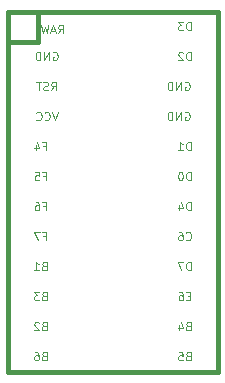
<source format=gbr>
G04 #@! TF.GenerationSoftware,KiCad,Pcbnew,(5.0.0)*
G04 #@! TF.CreationDate,2020-03-09T09:29:50-06:00*
G04 #@! TF.ProjectId,BatteryPack,426174746572795061636B2E6B696361,rev?*
G04 #@! TF.SameCoordinates,Original*
G04 #@! TF.FileFunction,Legend,Bot*
G04 #@! TF.FilePolarity,Positive*
%FSLAX46Y46*%
G04 Gerber Fmt 4.6, Leading zero omitted, Abs format (unit mm)*
G04 Created by KiCad (PCBNEW (5.0.0)) date 03/09/20 09:29:50*
%MOMM*%
%LPD*%
G01*
G04 APERTURE LIST*
%ADD10C,0.381000*%
%ADD11C,0.100000*%
G04 APERTURE END LIST*
D10*
G04 #@! TO.C,U1*
X121920000Y-65330000D02*
X119380000Y-65330000D01*
X121920000Y-62790000D02*
X121920000Y-65330000D01*
X137160000Y-93270000D02*
X137160000Y-62790000D01*
X119380000Y-93270000D02*
X137160000Y-93270000D01*
X119380000Y-62790000D02*
X119380000Y-93270000D01*
X137160000Y-62790000D02*
X119380000Y-62790000D01*
D11*
X123673333Y-64630666D02*
X123906666Y-64297333D01*
X124073333Y-64630666D02*
X124073333Y-63930666D01*
X123806666Y-63930666D01*
X123740000Y-63964000D01*
X123706666Y-63997333D01*
X123673333Y-64064000D01*
X123673333Y-64164000D01*
X123706666Y-64230666D01*
X123740000Y-64264000D01*
X123806666Y-64297333D01*
X124073333Y-64297333D01*
X123406666Y-64430666D02*
X123073333Y-64430666D01*
X123473333Y-64630666D02*
X123240000Y-63930666D01*
X123006666Y-64630666D01*
X122840000Y-63930666D02*
X122673333Y-64630666D01*
X122540000Y-64130666D01*
X122406666Y-64630666D01*
X122240000Y-63930666D01*
X123215333Y-66250000D02*
X123282000Y-66216666D01*
X123382000Y-66216666D01*
X123482000Y-66250000D01*
X123548666Y-66316666D01*
X123582000Y-66383333D01*
X123615333Y-66516666D01*
X123615333Y-66616666D01*
X123582000Y-66750000D01*
X123548666Y-66816666D01*
X123482000Y-66883333D01*
X123382000Y-66916666D01*
X123315333Y-66916666D01*
X123215333Y-66883333D01*
X123182000Y-66850000D01*
X123182000Y-66616666D01*
X123315333Y-66616666D01*
X122882000Y-66916666D02*
X122882000Y-66216666D01*
X122482000Y-66916666D01*
X122482000Y-66216666D01*
X122148666Y-66916666D02*
X122148666Y-66216666D01*
X121982000Y-66216666D01*
X121882000Y-66250000D01*
X121815333Y-66316666D01*
X121782000Y-66383333D01*
X121748666Y-66516666D01*
X121748666Y-66616666D01*
X121782000Y-66750000D01*
X121815333Y-66816666D01*
X121882000Y-66883333D01*
X121982000Y-66916666D01*
X122148666Y-66916666D01*
X123065333Y-69456666D02*
X123298666Y-69123333D01*
X123465333Y-69456666D02*
X123465333Y-68756666D01*
X123198666Y-68756666D01*
X123132000Y-68790000D01*
X123098666Y-68823333D01*
X123065333Y-68890000D01*
X123065333Y-68990000D01*
X123098666Y-69056666D01*
X123132000Y-69090000D01*
X123198666Y-69123333D01*
X123465333Y-69123333D01*
X122798666Y-69423333D02*
X122698666Y-69456666D01*
X122532000Y-69456666D01*
X122465333Y-69423333D01*
X122432000Y-69390000D01*
X122398666Y-69323333D01*
X122398666Y-69256666D01*
X122432000Y-69190000D01*
X122465333Y-69156666D01*
X122532000Y-69123333D01*
X122665333Y-69090000D01*
X122732000Y-69056666D01*
X122765333Y-69023333D01*
X122798666Y-68956666D01*
X122798666Y-68890000D01*
X122765333Y-68823333D01*
X122732000Y-68790000D01*
X122665333Y-68756666D01*
X122498666Y-68756666D01*
X122398666Y-68790000D01*
X122198666Y-68756666D02*
X121798666Y-68756666D01*
X121998666Y-69456666D02*
X121998666Y-68756666D01*
X123615333Y-71296666D02*
X123382000Y-71996666D01*
X123148666Y-71296666D01*
X122515333Y-71930000D02*
X122548666Y-71963333D01*
X122648666Y-71996666D01*
X122715333Y-71996666D01*
X122815333Y-71963333D01*
X122882000Y-71896666D01*
X122915333Y-71830000D01*
X122948666Y-71696666D01*
X122948666Y-71596666D01*
X122915333Y-71463333D01*
X122882000Y-71396666D01*
X122815333Y-71330000D01*
X122715333Y-71296666D01*
X122648666Y-71296666D01*
X122548666Y-71330000D01*
X122515333Y-71363333D01*
X121815333Y-71930000D02*
X121848666Y-71963333D01*
X121948666Y-71996666D01*
X122015333Y-71996666D01*
X122115333Y-71963333D01*
X122182000Y-71896666D01*
X122215333Y-71830000D01*
X122248666Y-71696666D01*
X122248666Y-71596666D01*
X122215333Y-71463333D01*
X122182000Y-71396666D01*
X122115333Y-71330000D01*
X122015333Y-71296666D01*
X121948666Y-71296666D01*
X121848666Y-71330000D01*
X121815333Y-71363333D01*
X122407333Y-74170000D02*
X122640666Y-74170000D01*
X122640666Y-74536666D02*
X122640666Y-73836666D01*
X122307333Y-73836666D01*
X121740666Y-74070000D02*
X121740666Y-74536666D01*
X121907333Y-73803333D02*
X122074000Y-74303333D01*
X121640666Y-74303333D01*
X122407333Y-76710000D02*
X122640666Y-76710000D01*
X122640666Y-77076666D02*
X122640666Y-76376666D01*
X122307333Y-76376666D01*
X121707333Y-76376666D02*
X122040666Y-76376666D01*
X122074000Y-76710000D01*
X122040666Y-76676666D01*
X121974000Y-76643333D01*
X121807333Y-76643333D01*
X121740666Y-76676666D01*
X121707333Y-76710000D01*
X121674000Y-76776666D01*
X121674000Y-76943333D01*
X121707333Y-77010000D01*
X121740666Y-77043333D01*
X121807333Y-77076666D01*
X121974000Y-77076666D01*
X122040666Y-77043333D01*
X122074000Y-77010000D01*
X122407333Y-81790000D02*
X122640666Y-81790000D01*
X122640666Y-82156666D02*
X122640666Y-81456666D01*
X122307333Y-81456666D01*
X122107333Y-81456666D02*
X121640666Y-81456666D01*
X121940666Y-82156666D01*
X122407333Y-79250000D02*
X122640666Y-79250000D01*
X122640666Y-79616666D02*
X122640666Y-78916666D01*
X122307333Y-78916666D01*
X121740666Y-78916666D02*
X121874000Y-78916666D01*
X121940666Y-78950000D01*
X121974000Y-78983333D01*
X122040666Y-79083333D01*
X122074000Y-79216666D01*
X122074000Y-79483333D01*
X122040666Y-79550000D01*
X122007333Y-79583333D01*
X121940666Y-79616666D01*
X121807333Y-79616666D01*
X121740666Y-79583333D01*
X121707333Y-79550000D01*
X121674000Y-79483333D01*
X121674000Y-79316666D01*
X121707333Y-79250000D01*
X121740666Y-79216666D01*
X121807333Y-79183333D01*
X121940666Y-79183333D01*
X122007333Y-79216666D01*
X122040666Y-79250000D01*
X122074000Y-79316666D01*
X122457333Y-84330000D02*
X122357333Y-84363333D01*
X122324000Y-84396666D01*
X122290666Y-84463333D01*
X122290666Y-84563333D01*
X122324000Y-84630000D01*
X122357333Y-84663333D01*
X122424000Y-84696666D01*
X122690666Y-84696666D01*
X122690666Y-83996666D01*
X122457333Y-83996666D01*
X122390666Y-84030000D01*
X122357333Y-84063333D01*
X122324000Y-84130000D01*
X122324000Y-84196666D01*
X122357333Y-84263333D01*
X122390666Y-84296666D01*
X122457333Y-84330000D01*
X122690666Y-84330000D01*
X121624000Y-84696666D02*
X122024000Y-84696666D01*
X121824000Y-84696666D02*
X121824000Y-83996666D01*
X121890666Y-84096666D01*
X121957333Y-84163333D01*
X122024000Y-84196666D01*
X122457333Y-86870000D02*
X122357333Y-86903333D01*
X122324000Y-86936666D01*
X122290666Y-87003333D01*
X122290666Y-87103333D01*
X122324000Y-87170000D01*
X122357333Y-87203333D01*
X122424000Y-87236666D01*
X122690666Y-87236666D01*
X122690666Y-86536666D01*
X122457333Y-86536666D01*
X122390666Y-86570000D01*
X122357333Y-86603333D01*
X122324000Y-86670000D01*
X122324000Y-86736666D01*
X122357333Y-86803333D01*
X122390666Y-86836666D01*
X122457333Y-86870000D01*
X122690666Y-86870000D01*
X122057333Y-86536666D02*
X121624000Y-86536666D01*
X121857333Y-86803333D01*
X121757333Y-86803333D01*
X121690666Y-86836666D01*
X121657333Y-86870000D01*
X121624000Y-86936666D01*
X121624000Y-87103333D01*
X121657333Y-87170000D01*
X121690666Y-87203333D01*
X121757333Y-87236666D01*
X121957333Y-87236666D01*
X122024000Y-87203333D01*
X122057333Y-87170000D01*
X122457333Y-89410000D02*
X122357333Y-89443333D01*
X122324000Y-89476666D01*
X122290666Y-89543333D01*
X122290666Y-89643333D01*
X122324000Y-89710000D01*
X122357333Y-89743333D01*
X122424000Y-89776666D01*
X122690666Y-89776666D01*
X122690666Y-89076666D01*
X122457333Y-89076666D01*
X122390666Y-89110000D01*
X122357333Y-89143333D01*
X122324000Y-89210000D01*
X122324000Y-89276666D01*
X122357333Y-89343333D01*
X122390666Y-89376666D01*
X122457333Y-89410000D01*
X122690666Y-89410000D01*
X122024000Y-89143333D02*
X121990666Y-89110000D01*
X121924000Y-89076666D01*
X121757333Y-89076666D01*
X121690666Y-89110000D01*
X121657333Y-89143333D01*
X121624000Y-89210000D01*
X121624000Y-89276666D01*
X121657333Y-89376666D01*
X122057333Y-89776666D01*
X121624000Y-89776666D01*
X122457333Y-91950000D02*
X122357333Y-91983333D01*
X122324000Y-92016666D01*
X122290666Y-92083333D01*
X122290666Y-92183333D01*
X122324000Y-92250000D01*
X122357333Y-92283333D01*
X122424000Y-92316666D01*
X122690666Y-92316666D01*
X122690666Y-91616666D01*
X122457333Y-91616666D01*
X122390666Y-91650000D01*
X122357333Y-91683333D01*
X122324000Y-91750000D01*
X122324000Y-91816666D01*
X122357333Y-91883333D01*
X122390666Y-91916666D01*
X122457333Y-91950000D01*
X122690666Y-91950000D01*
X121690666Y-91616666D02*
X121824000Y-91616666D01*
X121890666Y-91650000D01*
X121924000Y-91683333D01*
X121990666Y-91783333D01*
X122024000Y-91916666D01*
X122024000Y-92183333D01*
X121990666Y-92250000D01*
X121957333Y-92283333D01*
X121890666Y-92316666D01*
X121757333Y-92316666D01*
X121690666Y-92283333D01*
X121657333Y-92250000D01*
X121624000Y-92183333D01*
X121624000Y-92016666D01*
X121657333Y-91950000D01*
X121690666Y-91916666D01*
X121757333Y-91883333D01*
X121890666Y-91883333D01*
X121957333Y-91916666D01*
X121990666Y-91950000D01*
X122024000Y-92016666D01*
X134882666Y-64376666D02*
X134882666Y-63676666D01*
X134716000Y-63676666D01*
X134616000Y-63710000D01*
X134549333Y-63776666D01*
X134516000Y-63843333D01*
X134482666Y-63976666D01*
X134482666Y-64076666D01*
X134516000Y-64210000D01*
X134549333Y-64276666D01*
X134616000Y-64343333D01*
X134716000Y-64376666D01*
X134882666Y-64376666D01*
X134249333Y-63676666D02*
X133816000Y-63676666D01*
X134049333Y-63943333D01*
X133949333Y-63943333D01*
X133882666Y-63976666D01*
X133849333Y-64010000D01*
X133816000Y-64076666D01*
X133816000Y-64243333D01*
X133849333Y-64310000D01*
X133882666Y-64343333D01*
X133949333Y-64376666D01*
X134149333Y-64376666D01*
X134216000Y-64343333D01*
X134249333Y-64310000D01*
X134882666Y-66916666D02*
X134882666Y-66216666D01*
X134716000Y-66216666D01*
X134616000Y-66250000D01*
X134549333Y-66316666D01*
X134516000Y-66383333D01*
X134482666Y-66516666D01*
X134482666Y-66616666D01*
X134516000Y-66750000D01*
X134549333Y-66816666D01*
X134616000Y-66883333D01*
X134716000Y-66916666D01*
X134882666Y-66916666D01*
X134216000Y-66283333D02*
X134182666Y-66250000D01*
X134116000Y-66216666D01*
X133949333Y-66216666D01*
X133882666Y-66250000D01*
X133849333Y-66283333D01*
X133816000Y-66350000D01*
X133816000Y-66416666D01*
X133849333Y-66516666D01*
X134249333Y-66916666D01*
X133816000Y-66916666D01*
X134391333Y-68790000D02*
X134458000Y-68756666D01*
X134558000Y-68756666D01*
X134658000Y-68790000D01*
X134724666Y-68856666D01*
X134758000Y-68923333D01*
X134791333Y-69056666D01*
X134791333Y-69156666D01*
X134758000Y-69290000D01*
X134724666Y-69356666D01*
X134658000Y-69423333D01*
X134558000Y-69456666D01*
X134491333Y-69456666D01*
X134391333Y-69423333D01*
X134358000Y-69390000D01*
X134358000Y-69156666D01*
X134491333Y-69156666D01*
X134058000Y-69456666D02*
X134058000Y-68756666D01*
X133658000Y-69456666D01*
X133658000Y-68756666D01*
X133324666Y-69456666D02*
X133324666Y-68756666D01*
X133158000Y-68756666D01*
X133058000Y-68790000D01*
X132991333Y-68856666D01*
X132958000Y-68923333D01*
X132924666Y-69056666D01*
X132924666Y-69156666D01*
X132958000Y-69290000D01*
X132991333Y-69356666D01*
X133058000Y-69423333D01*
X133158000Y-69456666D01*
X133324666Y-69456666D01*
X134391333Y-71330000D02*
X134458000Y-71296666D01*
X134558000Y-71296666D01*
X134658000Y-71330000D01*
X134724666Y-71396666D01*
X134758000Y-71463333D01*
X134791333Y-71596666D01*
X134791333Y-71696666D01*
X134758000Y-71830000D01*
X134724666Y-71896666D01*
X134658000Y-71963333D01*
X134558000Y-71996666D01*
X134491333Y-71996666D01*
X134391333Y-71963333D01*
X134358000Y-71930000D01*
X134358000Y-71696666D01*
X134491333Y-71696666D01*
X134058000Y-71996666D02*
X134058000Y-71296666D01*
X133658000Y-71996666D01*
X133658000Y-71296666D01*
X133324666Y-71996666D02*
X133324666Y-71296666D01*
X133158000Y-71296666D01*
X133058000Y-71330000D01*
X132991333Y-71396666D01*
X132958000Y-71463333D01*
X132924666Y-71596666D01*
X132924666Y-71696666D01*
X132958000Y-71830000D01*
X132991333Y-71896666D01*
X133058000Y-71963333D01*
X133158000Y-71996666D01*
X133324666Y-71996666D01*
X134882666Y-74536666D02*
X134882666Y-73836666D01*
X134716000Y-73836666D01*
X134616000Y-73870000D01*
X134549333Y-73936666D01*
X134516000Y-74003333D01*
X134482666Y-74136666D01*
X134482666Y-74236666D01*
X134516000Y-74370000D01*
X134549333Y-74436666D01*
X134616000Y-74503333D01*
X134716000Y-74536666D01*
X134882666Y-74536666D01*
X133816000Y-74536666D02*
X134216000Y-74536666D01*
X134016000Y-74536666D02*
X134016000Y-73836666D01*
X134082666Y-73936666D01*
X134149333Y-74003333D01*
X134216000Y-74036666D01*
X134882666Y-77076666D02*
X134882666Y-76376666D01*
X134716000Y-76376666D01*
X134616000Y-76410000D01*
X134549333Y-76476666D01*
X134516000Y-76543333D01*
X134482666Y-76676666D01*
X134482666Y-76776666D01*
X134516000Y-76910000D01*
X134549333Y-76976666D01*
X134616000Y-77043333D01*
X134716000Y-77076666D01*
X134882666Y-77076666D01*
X134049333Y-76376666D02*
X133982666Y-76376666D01*
X133916000Y-76410000D01*
X133882666Y-76443333D01*
X133849333Y-76510000D01*
X133816000Y-76643333D01*
X133816000Y-76810000D01*
X133849333Y-76943333D01*
X133882666Y-77010000D01*
X133916000Y-77043333D01*
X133982666Y-77076666D01*
X134049333Y-77076666D01*
X134116000Y-77043333D01*
X134149333Y-77010000D01*
X134182666Y-76943333D01*
X134216000Y-76810000D01*
X134216000Y-76643333D01*
X134182666Y-76510000D01*
X134149333Y-76443333D01*
X134116000Y-76410000D01*
X134049333Y-76376666D01*
X134882666Y-79616666D02*
X134882666Y-78916666D01*
X134716000Y-78916666D01*
X134616000Y-78950000D01*
X134549333Y-79016666D01*
X134516000Y-79083333D01*
X134482666Y-79216666D01*
X134482666Y-79316666D01*
X134516000Y-79450000D01*
X134549333Y-79516666D01*
X134616000Y-79583333D01*
X134716000Y-79616666D01*
X134882666Y-79616666D01*
X133882666Y-79150000D02*
X133882666Y-79616666D01*
X134049333Y-78883333D02*
X134216000Y-79383333D01*
X133782666Y-79383333D01*
X134482666Y-82090000D02*
X134516000Y-82123333D01*
X134616000Y-82156666D01*
X134682666Y-82156666D01*
X134782666Y-82123333D01*
X134849333Y-82056666D01*
X134882666Y-81990000D01*
X134916000Y-81856666D01*
X134916000Y-81756666D01*
X134882666Y-81623333D01*
X134849333Y-81556666D01*
X134782666Y-81490000D01*
X134682666Y-81456666D01*
X134616000Y-81456666D01*
X134516000Y-81490000D01*
X134482666Y-81523333D01*
X133882666Y-81456666D02*
X134016000Y-81456666D01*
X134082666Y-81490000D01*
X134116000Y-81523333D01*
X134182666Y-81623333D01*
X134216000Y-81756666D01*
X134216000Y-82023333D01*
X134182666Y-82090000D01*
X134149333Y-82123333D01*
X134082666Y-82156666D01*
X133949333Y-82156666D01*
X133882666Y-82123333D01*
X133849333Y-82090000D01*
X133816000Y-82023333D01*
X133816000Y-81856666D01*
X133849333Y-81790000D01*
X133882666Y-81756666D01*
X133949333Y-81723333D01*
X134082666Y-81723333D01*
X134149333Y-81756666D01*
X134182666Y-81790000D01*
X134216000Y-81856666D01*
X134882666Y-84696666D02*
X134882666Y-83996666D01*
X134716000Y-83996666D01*
X134616000Y-84030000D01*
X134549333Y-84096666D01*
X134516000Y-84163333D01*
X134482666Y-84296666D01*
X134482666Y-84396666D01*
X134516000Y-84530000D01*
X134549333Y-84596666D01*
X134616000Y-84663333D01*
X134716000Y-84696666D01*
X134882666Y-84696666D01*
X134249333Y-83996666D02*
X133782666Y-83996666D01*
X134082666Y-84696666D01*
X134849333Y-86870000D02*
X134616000Y-86870000D01*
X134516000Y-87236666D02*
X134849333Y-87236666D01*
X134849333Y-86536666D01*
X134516000Y-86536666D01*
X133916000Y-86536666D02*
X134049333Y-86536666D01*
X134116000Y-86570000D01*
X134149333Y-86603333D01*
X134216000Y-86703333D01*
X134249333Y-86836666D01*
X134249333Y-87103333D01*
X134216000Y-87170000D01*
X134182666Y-87203333D01*
X134116000Y-87236666D01*
X133982666Y-87236666D01*
X133916000Y-87203333D01*
X133882666Y-87170000D01*
X133849333Y-87103333D01*
X133849333Y-86936666D01*
X133882666Y-86870000D01*
X133916000Y-86836666D01*
X133982666Y-86803333D01*
X134116000Y-86803333D01*
X134182666Y-86836666D01*
X134216000Y-86870000D01*
X134249333Y-86936666D01*
X134649333Y-89410000D02*
X134549333Y-89443333D01*
X134516000Y-89476666D01*
X134482666Y-89543333D01*
X134482666Y-89643333D01*
X134516000Y-89710000D01*
X134549333Y-89743333D01*
X134616000Y-89776666D01*
X134882666Y-89776666D01*
X134882666Y-89076666D01*
X134649333Y-89076666D01*
X134582666Y-89110000D01*
X134549333Y-89143333D01*
X134516000Y-89210000D01*
X134516000Y-89276666D01*
X134549333Y-89343333D01*
X134582666Y-89376666D01*
X134649333Y-89410000D01*
X134882666Y-89410000D01*
X133882666Y-89310000D02*
X133882666Y-89776666D01*
X134049333Y-89043333D02*
X134216000Y-89543333D01*
X133782666Y-89543333D01*
X134649333Y-91950000D02*
X134549333Y-91983333D01*
X134516000Y-92016666D01*
X134482666Y-92083333D01*
X134482666Y-92183333D01*
X134516000Y-92250000D01*
X134549333Y-92283333D01*
X134616000Y-92316666D01*
X134882666Y-92316666D01*
X134882666Y-91616666D01*
X134649333Y-91616666D01*
X134582666Y-91650000D01*
X134549333Y-91683333D01*
X134516000Y-91750000D01*
X134516000Y-91816666D01*
X134549333Y-91883333D01*
X134582666Y-91916666D01*
X134649333Y-91950000D01*
X134882666Y-91950000D01*
X133849333Y-91616666D02*
X134182666Y-91616666D01*
X134216000Y-91950000D01*
X134182666Y-91916666D01*
X134116000Y-91883333D01*
X133949333Y-91883333D01*
X133882666Y-91916666D01*
X133849333Y-91950000D01*
X133816000Y-92016666D01*
X133816000Y-92183333D01*
X133849333Y-92250000D01*
X133882666Y-92283333D01*
X133949333Y-92316666D01*
X134116000Y-92316666D01*
X134182666Y-92283333D01*
X134216000Y-92250000D01*
G04 #@! TD*
M02*

</source>
